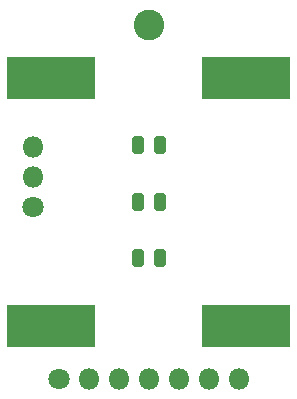
<source format=gts>
G04 #@! TF.GenerationSoftware,KiCad,Pcbnew,(6.0.5)*
G04 #@! TF.CreationDate,2022-10-09T15:08:16+02:00*
G04 #@! TF.ProjectId,Omamori,4f6d616d-6f72-4692-9e6b-696361645f70,rev?*
G04 #@! TF.SameCoordinates,Original*
G04 #@! TF.FileFunction,Soldermask,Top*
G04 #@! TF.FilePolarity,Negative*
%FSLAX46Y46*%
G04 Gerber Fmt 4.6, Leading zero omitted, Abs format (unit mm)*
G04 Created by KiCad (PCBNEW (6.0.5)) date 2022-10-09 15:08:16*
%MOMM*%
%LPD*%
G01*
G04 APERTURE LIST*
G04 Aperture macros list*
%AMRoundRect*
0 Rectangle with rounded corners*
0 $1 Rounding radius*
0 $2 $3 $4 $5 $6 $7 $8 $9 X,Y pos of 4 corners*
0 Add a 4 corners polygon primitive as box body*
4,1,4,$2,$3,$4,$5,$6,$7,$8,$9,$2,$3,0*
0 Add four circle primitives for the rounded corners*
1,1,$1+$1,$2,$3*
1,1,$1+$1,$4,$5*
1,1,$1+$1,$6,$7*
1,1,$1+$1,$8,$9*
0 Add four rect primitives between the rounded corners*
20,1,$1+$1,$2,$3,$4,$5,0*
20,1,$1+$1,$4,$5,$6,$7,0*
20,1,$1+$1,$6,$7,$8,$9,0*
20,1,$1+$1,$8,$9,$2,$3,0*%
G04 Aperture macros list end*
%ADD10RoundRect,0.051000X-3.700000X1.750000X-3.700000X-1.750000X3.700000X-1.750000X3.700000X1.750000X0*%
%ADD11RoundRect,0.294750X0.243750X0.456250X-0.243750X0.456250X-0.243750X-0.456250X0.243750X-0.456250X0*%
%ADD12C,1.802000*%
%ADD13O,1.802000X1.802000*%
%ADD14C,2.602000*%
G04 APERTURE END LIST*
D10*
X33250000Y-19500000D03*
X33250000Y-40500000D03*
X16750000Y-19500000D03*
X16750000Y-40500000D03*
D11*
X25937500Y-30000000D03*
X24062500Y-30000000D03*
X25937500Y-25200000D03*
X24062500Y-25200000D03*
X25937500Y-34800000D03*
X24062500Y-34800000D03*
D12*
X17375000Y-45000000D03*
D13*
X19915000Y-45000000D03*
X22455000Y-45000000D03*
X24995000Y-45000000D03*
X27535000Y-45000000D03*
X30075000Y-45000000D03*
X32615000Y-45000000D03*
D14*
X25000000Y-15000000D03*
D12*
X15200000Y-30425000D03*
D13*
X15200000Y-27885000D03*
X15200000Y-25345000D03*
M02*

</source>
